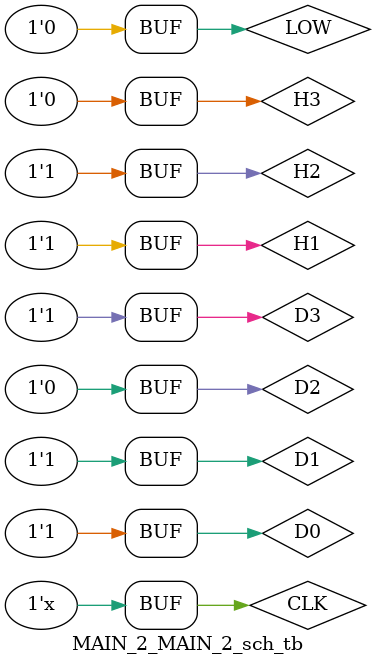
<source format=v>

`timescale 1ns / 1ps

module MAIN_2_MAIN_2_sch_tb();

// Inputs
   reg H3;
   reg H2;
   reg H1;
   reg LOW;
   reg D3;
   reg D2;
   reg D1;
   reg D0;
   reg CLK;

// Output
   wire A1;
   wire AA1;
   wire B1;
   wire BB1;
   wire C1;
   wire CC1;

// Bidirs

// Instantiate the UUT
   MAIN_2 UUT (
		.H3(H3), 
		.H2(H2), 
		.H1(H1), 
		.LOW(LOW), 
		.D3(D3), 
		.D2(D2), 
		.D1(D1), 
		.D0(D0), 
		.CLK(CLK), 
		.A1(A1), 
		.AA1(AA1), 
		.B1(B1), 
		.BB1(BB1), 
		.C1(C1), 
		.CC1(CC1)
   );
// Initialize Inputs
   initial begin
		LOW = 0;
		H3 = 0;
		H2 = 0;
		H1 = 0;
		D3 = 1;
		D2 = 0;
		D1 = 1;
		D0 = 1;
		CLK=1;
		
   end
	always begin
	#20;
	CLK=~CLK;
	end
	always begin
	H1=1;
	#2000;
	H1=0;
	#3000;
	H1=1;
	#1000;	
	end
	always begin
	H2=0;
	#3000;
	H2=1;
	#3000;
	end
	always begin
	H3=0;
	#1000;
	H3=1;
	#3000;
	H3=0;
	#2000;
	end

endmodule

</source>
